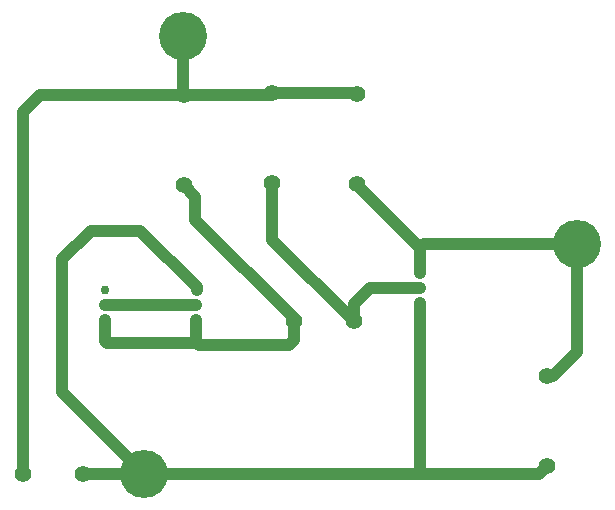
<source format=gtl>
G04 (created by PCBNEW (2013-07-07 BZR 4022)-stable) date 1/21/2015 1:49:41 PM*
%MOIN*%
G04 Gerber Fmt 3.4, Leading zero omitted, Abs format*
%FSLAX34Y34*%
G01*
G70*
G90*
G04 APERTURE LIST*
%ADD10C,0.00590551*%
%ADD11C,0.055*%
%ADD12C,0.0295276*%
%ADD13C,0.16*%
%ADD14C,0.0393701*%
G04 APERTURE END LIST*
G54D10*
G54D11*
X76890Y-55612D03*
X76890Y-58612D03*
X79838Y-55524D03*
X79838Y-58524D03*
X82676Y-55568D03*
X82676Y-58568D03*
X88990Y-64962D03*
X88990Y-67962D03*
X80554Y-63140D03*
X82554Y-63140D03*
X71534Y-68222D03*
X73534Y-68222D03*
G54D12*
X74274Y-63100D03*
X74281Y-62600D03*
X74281Y-62100D03*
X77323Y-62085D03*
X77316Y-62585D03*
X77316Y-63085D03*
X84768Y-62528D03*
X84775Y-62028D03*
X84775Y-61528D03*
G54D13*
X90002Y-60566D03*
X75573Y-68225D03*
X76868Y-53636D03*
G54D14*
X77323Y-62085D02*
X77323Y-62008D01*
X72844Y-65496D02*
X75573Y-68225D01*
X72844Y-61072D02*
X72844Y-65496D01*
X73789Y-60127D02*
X72844Y-61072D01*
X75442Y-60127D02*
X73789Y-60127D01*
X77323Y-62008D02*
X75442Y-60127D01*
X84768Y-62528D02*
X84768Y-68131D01*
X84768Y-68131D02*
X84675Y-68225D01*
X75573Y-68225D02*
X84675Y-68225D01*
X84675Y-68225D02*
X88727Y-68225D01*
X88727Y-68225D02*
X88990Y-67962D01*
X75573Y-68225D02*
X73537Y-68225D01*
X73537Y-68225D02*
X73534Y-68222D01*
X77316Y-62585D02*
X74296Y-62585D01*
X74296Y-62585D02*
X74281Y-62600D01*
X80554Y-63140D02*
X80554Y-63020D01*
X77286Y-59008D02*
X76890Y-58612D01*
X77286Y-59752D02*
X77286Y-59008D01*
X80554Y-63020D02*
X77286Y-59752D01*
X74274Y-63100D02*
X74274Y-63780D01*
X74346Y-63852D02*
X77316Y-63852D01*
X74274Y-63780D02*
X74346Y-63852D01*
X80554Y-63140D02*
X80554Y-63768D01*
X77316Y-63852D02*
X77316Y-63085D01*
X77396Y-63932D02*
X77316Y-63852D01*
X80390Y-63932D02*
X77396Y-63932D01*
X80554Y-63768D02*
X80390Y-63932D01*
X84775Y-62028D02*
X83104Y-62028D01*
X82554Y-62579D02*
X82554Y-63140D01*
X83104Y-62028D02*
X82554Y-62579D01*
X79838Y-58524D02*
X79838Y-60424D01*
X79838Y-60424D02*
X82554Y-63140D01*
X82676Y-58568D02*
X82676Y-58610D01*
X82676Y-58610D02*
X84775Y-60709D01*
X84775Y-61528D02*
X84775Y-60709D01*
X84919Y-60566D02*
X90002Y-60566D01*
X84775Y-60709D02*
X84919Y-60566D01*
X88990Y-64962D02*
X89213Y-64962D01*
X90002Y-64173D02*
X90002Y-60566D01*
X89213Y-64962D02*
X90002Y-64173D01*
X71534Y-68222D02*
X71534Y-56166D01*
X72088Y-55612D02*
X76890Y-55612D01*
X71534Y-56166D02*
X72088Y-55612D01*
X76868Y-53636D02*
X76868Y-55590D01*
X76868Y-55590D02*
X76890Y-55612D01*
X79838Y-55524D02*
X82632Y-55524D01*
X82632Y-55524D02*
X82676Y-55568D01*
X76890Y-55612D02*
X79750Y-55612D01*
X79750Y-55612D02*
X79838Y-55524D01*
M02*

</source>
